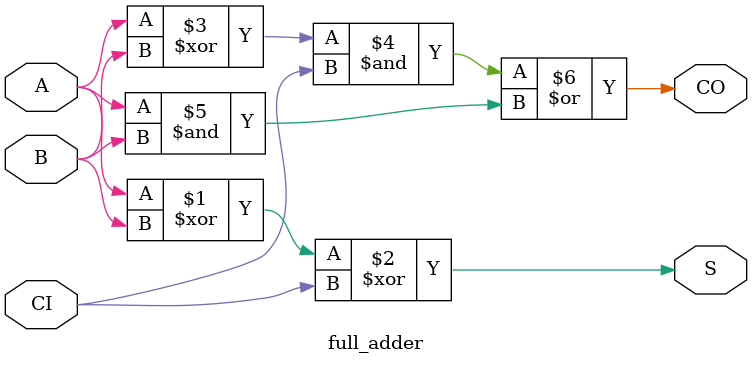
<source format=v>
module full_adder
  (
   input  A,
   input  B,
   input  CI,
   output S,
   output CO
   );

   assign S  = (A^B) ^ CI;
   assign CO = ((A^B)&CI) | (A&B);

endmodule

</source>
